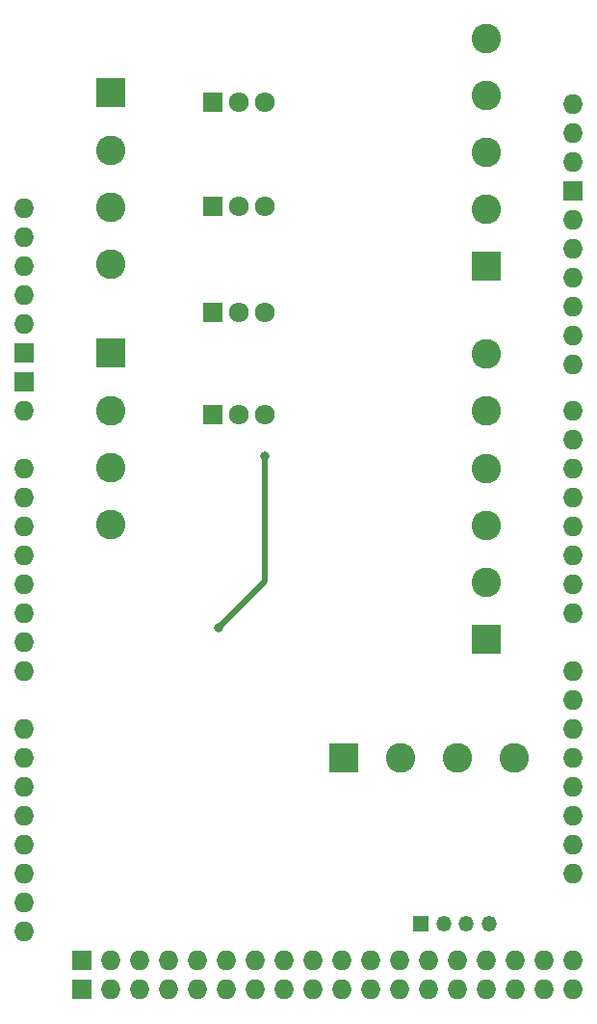
<source format=gbr>
%TF.GenerationSoftware,KiCad,Pcbnew,7.0.6-0*%
%TF.CreationDate,2023-09-22T13:52:59-04:00*%
%TF.ProjectId,SurfaceMounted,53757266-6163-4654-9d6f-756e7465642e,rev?*%
%TF.SameCoordinates,Original*%
%TF.FileFunction,Copper,L2,Bot*%
%TF.FilePolarity,Positive*%
%FSLAX46Y46*%
G04 Gerber Fmt 4.6, Leading zero omitted, Abs format (unit mm)*
G04 Created by KiCad (PCBNEW 7.0.6-0) date 2023-09-22 13:52:59*
%MOMM*%
%LPD*%
G01*
G04 APERTURE LIST*
%TA.AperFunction,ComponentPad*%
%ADD10O,1.727200X1.727200*%
%TD*%
%TA.AperFunction,ComponentPad*%
%ADD11R,1.727200X1.727200*%
%TD*%
%TA.AperFunction,ComponentPad*%
%ADD12R,1.350000X1.350000*%
%TD*%
%TA.AperFunction,ComponentPad*%
%ADD13O,1.350000X1.350000*%
%TD*%
%TA.AperFunction,ComponentPad*%
%ADD14R,2.600000X2.600000*%
%TD*%
%TA.AperFunction,ComponentPad*%
%ADD15C,2.600000*%
%TD*%
%TA.AperFunction,ComponentPad*%
%ADD16R,1.714500X1.800000*%
%TD*%
%TA.AperFunction,ComponentPad*%
%ADD17O,1.714500X1.800000*%
%TD*%
%TA.AperFunction,ViaPad*%
%ADD18C,0.800000*%
%TD*%
%TA.AperFunction,Conductor*%
%ADD19C,0.500000*%
%TD*%
G04 APERTURE END LIST*
D10*
%TO.P,A1,*%
%TO.N,*%
X211073600Y-69344800D03*
%TO.P,A1,3V3,3.3V*%
%TO.N,unconnected-(A1-3.3V-Pad3V3)*%
X211073600Y-76964800D03*
%TO.P,A1,5V1,5V*%
%TO.N,+5V*%
X211073600Y-79504800D03*
%TO.P,A1,5V3,5V*%
%TO.N,unconnected-(A1-5V-Pad5V3)*%
X259333600Y-135384800D03*
%TO.P,A1,5V4,5V*%
%TO.N,unconnected-(A1-5V-Pad5V4)*%
X259333600Y-137924800D03*
%TO.P,A1,A0,A0*%
%TO.N,unconnected-(A1-PadA0)*%
X211073600Y-92204800D03*
%TO.P,A1,A1,A1*%
%TO.N,unconnected-(A1-PadA1)*%
X211073600Y-94744800D03*
%TO.P,A1,A2,A2*%
%TO.N,unconnected-(A1-PadA2)*%
X211073600Y-97284800D03*
%TO.P,A1,A3,A3*%
%TO.N,unconnected-(A1-PadA3)*%
X211073600Y-99824800D03*
%TO.P,A1,A4,A4*%
%TO.N,unconnected-(A1-PadA4)*%
X211073600Y-102364800D03*
%TO.P,A1,A5,A5*%
%TO.N,unconnected-(A1-PadA5)*%
X211073600Y-104904800D03*
%TO.P,A1,A6,A6*%
%TO.N,unconnected-(A1-PadA6)*%
X211073600Y-107444800D03*
%TO.P,A1,A7,A7*%
%TO.N,unconnected-(A1-PadA7)*%
X211073600Y-109984800D03*
%TO.P,A1,A8,A8*%
%TO.N,unconnected-(A1-PadA8)*%
X211073600Y-115064800D03*
%TO.P,A1,A9,A9*%
%TO.N,unconnected-(A1-PadA9)*%
X211073600Y-117604800D03*
%TO.P,A1,A10,A10*%
%TO.N,unconnected-(A1-PadA10)*%
X211073600Y-120144800D03*
%TO.P,A1,A11,A11*%
%TO.N,unconnected-(A1-PadA11)*%
X211073600Y-122684800D03*
%TO.P,A1,A12,A12*%
%TO.N,unconnected-(A1-PadA12)*%
X211073600Y-125224800D03*
%TO.P,A1,A13,A13*%
%TO.N,unconnected-(A1-PadA13)*%
X211073600Y-127764800D03*
%TO.P,A1,A14,A14*%
%TO.N,unconnected-(A1-PadA14)*%
X211073600Y-130304800D03*
%TO.P,A1,A15,A15*%
%TO.N,unconnected-(A1-PadA15)*%
X211073600Y-132844800D03*
%TO.P,A1,AREF,AREF*%
%TO.N,unconnected-(A1-PadAREF)*%
X259333600Y-65280800D03*
%TO.P,A1,D0,D0/RX0*%
%TO.N,unconnected-(A1-D0{slash}RX0-PadD0)*%
X259333600Y-104904800D03*
%TO.P,A1,D1,D1/TX0*%
%TO.N,unconnected-(A1-D1{slash}TX0-PadD1)*%
X259333600Y-102364800D03*
%TO.P,A1,D2,D2_INT0*%
%TO.N,Net-(A1-D2_INT0)*%
X259333600Y-99824800D03*
%TO.P,A1,D3,D3_INT1*%
%TO.N,Net-(A1-D3_INT1)*%
X259333600Y-97284800D03*
%TO.P,A1,D4,D4*%
%TO.N,Net-(Cameras/DAQ/Opto1-Pin_1)*%
X259333600Y-94744800D03*
%TO.P,A1,D5,D5*%
%TO.N,Net-(Cameras/DAQ/Opto1-Pin_2)*%
X259333600Y-92204800D03*
%TO.P,A1,D6,D6*%
%TO.N,Net-(Cameras/DAQ/Opto1-Pin_3)*%
X259333600Y-89664800D03*
%TO.P,A1,D7,D7*%
%TO.N,Net-(Cameras/DAQ/Opto1-Pin_4)*%
X259333600Y-87124800D03*
%TO.P,A1,D8,D8*%
%TO.N,Net-(Cameras/DAQ/Opto1-Pin_5)*%
X259333600Y-83060800D03*
%TO.P,A1,D9,D9*%
%TO.N,Net-(A1-PadD9)*%
X259333600Y-80520800D03*
%TO.P,A1,D10,D10*%
%TO.N,Net-(A1-PadD10)*%
X259333600Y-77980800D03*
%TO.P,A1,D11,D11*%
%TO.N,Net-(A1-PadD11)*%
X259333600Y-75440800D03*
%TO.P,A1,D12,D12*%
%TO.N,Net-(A1-PadD12)*%
X259333600Y-72900800D03*
%TO.P,A1,D13,D13*%
%TO.N,unconnected-(A1-PadD13)*%
X259333600Y-70360800D03*
%TO.P,A1,D14,D14/TX3*%
%TO.N,unconnected-(A1-D14{slash}TX3-PadD14)*%
X259333600Y-109984800D03*
%TO.P,A1,D15,D15/RX3*%
%TO.N,unconnected-(A1-D15{slash}RX3-PadD15)*%
X259333600Y-112524800D03*
%TO.P,A1,D16,D16/TX2*%
%TO.N,unconnected-(A1-D16{slash}TX2-PadD16)*%
X259333600Y-115064800D03*
%TO.P,A1,D17,D17/RX2*%
%TO.N,unconnected-(A1-D17{slash}RX2-PadD17)*%
X259333600Y-117604800D03*
%TO.P,A1,D18,D18/TX1*%
%TO.N,Net-(A1-D18{slash}TX1)*%
X259333600Y-120144800D03*
%TO.P,A1,D19,D19/RX1*%
%TO.N,Net-(A1-D19{slash}RX1)*%
X259333600Y-122684800D03*
%TO.P,A1,D20,D20/SDA*%
%TO.N,Net-(A1-D20{slash}SDA)*%
X259333600Y-125224800D03*
%TO.P,A1,D21,D21/SCL*%
%TO.N,Net-(A1-D21{slash}SCL)*%
X259333600Y-127764800D03*
%TO.P,A1,D22,D22*%
%TO.N,unconnected-(A1-PadD22)*%
X256793600Y-135384800D03*
%TO.P,A1,D23,D23*%
%TO.N,unconnected-(A1-PadD23)*%
X256793600Y-137924800D03*
%TO.P,A1,D24,D24*%
%TO.N,unconnected-(A1-PadD24)*%
X254253600Y-135384800D03*
%TO.P,A1,D25,D25*%
%TO.N,unconnected-(A1-PadD25)*%
X254253600Y-137924800D03*
%TO.P,A1,D26,D26*%
%TO.N,unconnected-(A1-PadD26)*%
X251713600Y-135384800D03*
%TO.P,A1,D27,D27*%
%TO.N,unconnected-(A1-PadD27)*%
X251713600Y-137924800D03*
%TO.P,A1,D28,D28*%
%TO.N,unconnected-(A1-PadD28)*%
X249173600Y-135384800D03*
%TO.P,A1,D29,D29*%
%TO.N,unconnected-(A1-PadD29)*%
X249173600Y-137924800D03*
%TO.P,A1,D30,D30*%
%TO.N,Net-(Other1-Pin_4)*%
X246633600Y-135384800D03*
%TO.P,A1,D31,D31*%
%TO.N,unconnected-(A1-PadD31)*%
X246633600Y-137924800D03*
%TO.P,A1,D32,D32*%
%TO.N,Net-(Other1-Pin_3)*%
X244093600Y-135384800D03*
%TO.P,A1,D33,D33*%
%TO.N,unconnected-(A1-PadD33)*%
X244093600Y-137924800D03*
%TO.P,A1,D34,D34*%
%TO.N,Net-(Other1-Pin_2)*%
X241553600Y-135384800D03*
%TO.P,A1,D35,D35*%
%TO.N,unconnected-(A1-PadD35)*%
X241553600Y-137924800D03*
%TO.P,A1,D36,D36*%
%TO.N,unconnected-(A1-PadD36)*%
X239013600Y-135384800D03*
%TO.P,A1,D37,D37*%
%TO.N,unconnected-(A1-PadD37)*%
X239013600Y-137924800D03*
%TO.P,A1,D38,D38*%
%TO.N,unconnected-(A1-PadD38)*%
X236473600Y-135384800D03*
%TO.P,A1,D39,D39*%
%TO.N,unconnected-(A1-PadD39)*%
X236473600Y-137924800D03*
%TO.P,A1,D40,D40*%
%TO.N,unconnected-(A1-PadD40)*%
X233933600Y-135384800D03*
%TO.P,A1,D41,D41*%
%TO.N,unconnected-(A1-PadD41)*%
X233933600Y-137924800D03*
%TO.P,A1,D42,D42*%
%TO.N,Net-(A1-PadD42)*%
X231393600Y-135384800D03*
%TO.P,A1,D43,D43*%
%TO.N,unconnected-(A1-PadD43)*%
X231393600Y-137924800D03*
%TO.P,A1,D44,D44*%
%TO.N,Net-(A1-PadD44)*%
X228853600Y-135384800D03*
%TO.P,A1,D45,D45*%
%TO.N,unconnected-(A1-PadD45)*%
X228853600Y-137924800D03*
%TO.P,A1,D46,D46*%
%TO.N,Net-(A1-PadD46)*%
X226313600Y-135384800D03*
%TO.P,A1,D47,D47*%
%TO.N,unconnected-(A1-PadD47)*%
X226313600Y-137924800D03*
%TO.P,A1,D48,D48*%
%TO.N,Net-(A1-PadD48)*%
X223773600Y-135384800D03*
%TO.P,A1,D49,D49*%
%TO.N,unconnected-(A1-PadD49)*%
X223773600Y-137924800D03*
%TO.P,A1,D50,D50_MISO*%
%TO.N,Net-(A1-D50_MISO)*%
X221233600Y-135384800D03*
%TO.P,A1,D51,D51_MOSI*%
%TO.N,unconnected-(A1-D51_MOSI-PadD51)*%
X221233600Y-137924800D03*
%TO.P,A1,D52,D52_SCK*%
%TO.N,Net-(A1-D52_SCK)*%
X218693600Y-135384800D03*
%TO.P,A1,D53,D53_CS*%
%TO.N,unconnected-(A1-D53_CS-PadD53)*%
X218693600Y-137924800D03*
D11*
%TO.P,A1,GND1,GND*%
%TO.N,unconnected-(A1-GND-PadGND1)*%
X259333600Y-67820800D03*
%TO.P,A1,GND2,GND*%
%TO.N,unconnected-(A1-GND-PadGND2)*%
X211073600Y-82044800D03*
%TO.P,A1,GND3,GND*%
%TO.N,unconnected-(A1-GND-PadGND3)*%
X211073600Y-84584800D03*
%TO.P,A1,GND5,GND*%
%TO.N,unconnected-(A1-GND-PadGND5)*%
X216153600Y-135384800D03*
%TO.P,A1,GND6,GND*%
%TO.N,GND*%
X216153600Y-137924800D03*
D10*
%TO.P,A1,IORF,IOREF*%
%TO.N,unconnected-(A1-IOREF-PadIORF)*%
X211073600Y-71884800D03*
%TO.P,A1,RST1,RESET*%
%TO.N,unconnected-(A1-RESET-PadRST1)*%
X211073600Y-74424800D03*
%TO.P,A1,SCL,SCL*%
%TO.N,unconnected-(A1-PadSCL)*%
X259333600Y-60200800D03*
%TO.P,A1,SDA,SDA*%
%TO.N,unconnected-(A1-PadSDA)*%
X259333600Y-62740800D03*
%TO.P,A1,VIN,VIN*%
%TO.N,VCC*%
X211073600Y-87124800D03*
%TD*%
D12*
%TO.P,Real_Time_Clock,1,Pin_1*%
%TO.N,GND*%
X245961400Y-132156200D03*
D13*
%TO.P,Real_Time_Clock,2,Pin_2*%
%TO.N,+5V*%
X247961400Y-132156200D03*
%TO.P,Real_Time_Clock,3,Pin_3*%
%TO.N,Net-(A1-D20{slash}SDA)*%
X249961400Y-132156200D03*
%TO.P,Real_Time_Clock,4,Pin_4*%
%TO.N,Net-(A1-D21{slash}SCL)*%
X251961400Y-132156200D03*
%TD*%
D14*
%TO.P,UV_Leds/IR_LEDs,1,Pin_1*%
%TO.N,VCC*%
X251714000Y-74422000D03*
D15*
%TO.P,UV_Leds/IR_LEDs,2,Pin_2*%
%TO.N,Net-(UV_Leds/IR_LEDs1-Pin_2)*%
X251714000Y-69422000D03*
%TO.P,UV_Leds/IR_LEDs,3,Pin_3*%
%TO.N,Net-(UV_Leds/IR_LEDs1-Pin_3)*%
X251714000Y-64422000D03*
%TO.P,UV_Leds/IR_LEDs,4,Pin_4*%
%TO.N,Net-(UV_Leds/IR_LEDs1-Pin_4)*%
X251714000Y-59422000D03*
%TO.P,UV_Leds/IR_LEDs,5,Pin_5*%
%TO.N,Net-(UV_Leds/IR_LEDs1-Pin_5)*%
X251714000Y-54422000D03*
%TD*%
D14*
%TO.P,Rotary_Encoder1,1,Pin_1*%
%TO.N,+5V*%
X218694000Y-59182000D03*
D15*
%TO.P,Rotary_Encoder1,2,Pin_2*%
%TO.N,GND*%
X218694000Y-64182000D03*
%TO.P,Rotary_Encoder1,3,Pin_3*%
%TO.N,Net-(A1-D19{slash}RX1)*%
X218694000Y-69182000D03*
%TO.P,Rotary_Encoder1,4,Pin_4*%
%TO.N,Net-(A1-D18{slash}TX1)*%
X218694000Y-74182000D03*
%TD*%
D14*
%TO.P,Rotary_Encoder2,1,Pin_1*%
%TO.N,+5V*%
X218694000Y-82042000D03*
D15*
%TO.P,Rotary_Encoder2,2,Pin_2*%
%TO.N,GND*%
X218694000Y-87042000D03*
%TO.P,Rotary_Encoder2,3,Pin_3*%
%TO.N,Net-(A1-D2_INT0)*%
X218694000Y-92042000D03*
%TO.P,Rotary_Encoder2,4,Pin_4*%
%TO.N,Net-(A1-D3_INT1)*%
X218694000Y-97042000D03*
%TD*%
D14*
%TO.P,Other,1,Pin_1*%
%TO.N,GND*%
X239174000Y-117602000D03*
D15*
%TO.P,Other,2,Pin_2*%
%TO.N,Net-(Other1-Pin_2)*%
X244174000Y-117602000D03*
%TO.P,Other,3,Pin_3*%
%TO.N,Net-(Other1-Pin_3)*%
X249174000Y-117602000D03*
%TO.P,Other,4,Pin_4*%
%TO.N,Net-(Other1-Pin_4)*%
X254174000Y-117602000D03*
%TD*%
D16*
%TO.P,Q3,1,E*%
%TO.N,GND*%
X227685600Y-59994800D03*
D17*
%TO.P,Q3,2,B*%
%TO.N,Net-(Q3-B)*%
X229971600Y-59994800D03*
%TO.P,Q3,3,C*%
%TO.N,Net-(Q3-C)*%
X232257600Y-59994800D03*
%TD*%
D16*
%TO.P,Q2,1,E*%
%TO.N,GND*%
X227685600Y-69138800D03*
D17*
%TO.P,Q2,2,B*%
%TO.N,Net-(Q2-B)*%
X229971600Y-69138800D03*
%TO.P,Q2,3,C*%
%TO.N,Net-(Q2-C)*%
X232257600Y-69138800D03*
%TD*%
D16*
%TO.P,Q4,1,E*%
%TO.N,GND*%
X227685600Y-78435200D03*
D17*
%TO.P,Q4,2,B*%
%TO.N,Net-(Q4-B)*%
X229971600Y-78435200D03*
%TO.P,Q4,3,C*%
%TO.N,Net-(Q4-C)*%
X232257600Y-78435200D03*
%TD*%
D16*
%TO.P,Q1,1,E*%
%TO.N,GND*%
X227685600Y-87426800D03*
D17*
%TO.P,Q1,2,B*%
%TO.N,Net-(Q1-B)*%
X229971600Y-87426800D03*
%TO.P,Q1,3,C*%
%TO.N,Net-(Q1-C)*%
X232257600Y-87426800D03*
%TD*%
D14*
%TO.P,Cameras/DAQ/Opto,1,Pin_1*%
%TO.N,Net-(Cameras/DAQ/Opto1-Pin_1)*%
X251714000Y-107122000D03*
D15*
%TO.P,Cameras/DAQ/Opto,2,Pin_2*%
%TO.N,Net-(Cameras/DAQ/Opto1-Pin_2)*%
X251714000Y-102122000D03*
%TO.P,Cameras/DAQ/Opto,3,Pin_3*%
%TO.N,Net-(Cameras/DAQ/Opto1-Pin_3)*%
X251714000Y-97122000D03*
%TO.P,Cameras/DAQ/Opto,4,Pin_4*%
%TO.N,Net-(Cameras/DAQ/Opto1-Pin_4)*%
X251714000Y-92122000D03*
%TO.P,Cameras/DAQ/Opto,5,Pin_5*%
%TO.N,Net-(Cameras/DAQ/Opto1-Pin_5)*%
X251714000Y-87122000D03*
%TO.P,Cameras/DAQ/Opto,6,Pin_6*%
%TO.N,GND*%
X251714000Y-82122000D03*
%TD*%
D18*
%TO.N,GND*%
X232250000Y-91084400D03*
X228200000Y-106124700D03*
%TD*%
D19*
%TO.N,GND*%
X232250000Y-91084400D02*
X232250000Y-102074700D01*
X232250000Y-102074700D02*
X228200000Y-106124700D01*
%TD*%
M02*

</source>
